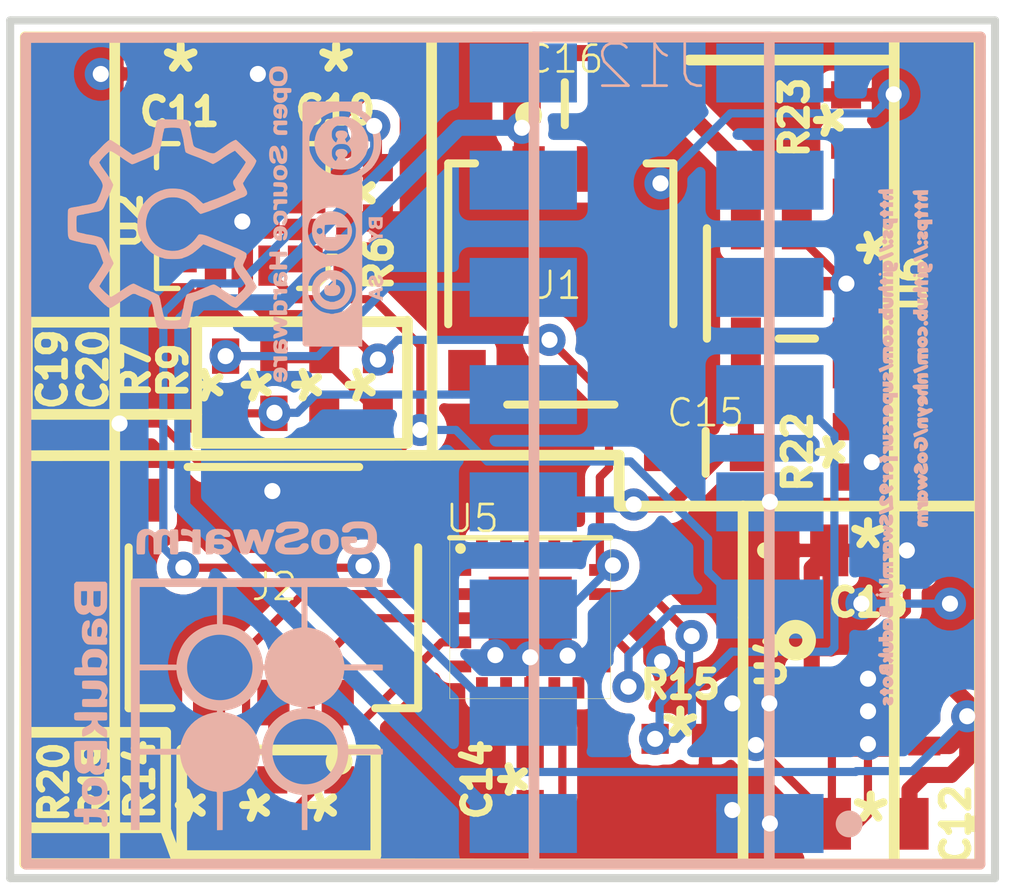
<source format=kicad_pcb>
(kicad_pcb (version 20171130) (host pcbnew "(5.0.0-3-g0214c9d)")
  (title_block (title BadukBot_PCB) (date 2018-10-25) (rev 0.1.0) (comment 1 "Licensed CC-BY-SA 4.0 By Caleb Cover") (comment 2 https://github.com/supersurfer92/SwarmUI-BadukBots))
  (layers (0 F.Cu signal hide) (31 B.Cu signal) (34 B.Paste user) (35 F.Paste user) (36 B.SilkS user) (37 F.SilkS user) (38 B.Mask user) (39 F.Mask user) (44 Edge.Cuts user))
  (net 0 "")
  (net 1 "Net-(J1-Pad3)")
  (net 2 "Net-(J1-Pad4)")
  (net 3 "Net-(J2-Pad5)")
  (net 4 "Net-(J2-Pad4)")
  (net 5 "Net-(J2-Pad1)")
  (net 6 "Net-(J2-Pad2)")
  (net 7 "Net-(J2-Pad3)")
  (net 8 "Net-(R14-Pad1)")
  (net 9 "Net-(R19-Pad1)")
  (net 10 "Net-(R20-Pad1)")
  (net 11 "Net-(U2-Pad11)")
  (net 12 "Net-(U2-Pad10)")
  (net 13 "Net-(R22-Pad2)")
  (net 14 "Net-(U5-Pad6)")
  (net 15 "Net-(U5-Pad10)")
  (net 16 "Net-(U5-Pad20)")
  (net 17 "Net-(U5-Pad16)")
  (net 18 "Net-(U5-Pad1)")
  (net 19 "Net-(U5-Pad5)")
  (net 20 "Net-(U5-Pad19)")
  (net 21 "Net-(U5-Pad17)")
  (net 22 "Net-(U5-Pad18)")
  (net 23 "Net-(U5-Pad7)")
  (net 24 21a_3.3v)
  (net 25 "Net-(J12-Pad10)")
  (net 26 "Net-(J12-Pad16)")
  (net 27 "Net-(J12-Pad14)")
  (net 28 "Net-(J12-Pad12)")
  (net 29 "Net-(J12-Pad15)")
  (net 30 "Net-(J12-Pad13)")
  (net 31 "Net-(J12-Pad11)")
  (net 32 23a_Ground)
  (net 33 "Net-(U2-Pad9)")
  (net 34 23aGround)
  (net 35 21a33v)
  (net 36 22aVBAT)
  (net 37 28aP41)
  (net 38 26aSCL)
  (net 39 24aIMUINT)
  (net 40 ~29aTOUCHCHG~)
  (net 41 27aCHARGING)
  (net 42 25aSDA)
  (net 43 21a3.3v)
  (module 100nf:C0402C104K4RACTU (layer F.Cu) (at 137.379716 113.9215 90)
    (fp_text reference C14 (at -0.010852 -0.98868 90) (layer F.SilkS) (effects (font (size 0.5 0.5) (thickness 0.125))))
    (fp_text value 100nF hide)
    (fp_text user * (at 0 0 90) (layer F.SilkS))
    (pad 1 smd rect (at -0.5334 0 90) (size 0.6604 0.508) (layers F.Cu F.Paste F.Mask) (net 35 21a33v))
    (pad 2 smd rect (at 0.5334 0 90) (size 0.6604 0.508) (layers F.Cu F.Paste F.Mask) (net 34 23aGround))
  )
  (module Connector_DIN:Conn_01x02_Female (layer B.Cu) (at 132.4 112.64 315)
    (fp_text reference P10 hide)
    (fp_text value Conn_01x02_Female hide)
    (pad 1 smd circle (at -1.15 0 315) (size 1.524 1.524) (layers B.Cu B.Paste B.Mask))
    (pad 2 smd circle (at 1.099999 0 315) (size 1.524 1.524) (layers B.Cu B.Paste B.Mask))
  )
  (module 100nf:C0402C104K4RACTU (layer F.Cu) (at 132.598827 106.566213 90)
    (fp_text reference C20 (at 0.286213 -3.368827 90) (layer F.SilkS) (effects (font (size 0.5 0.5) (thickness 0.125))))
    (fp_text value 1nF hide)
    (fp_text user * (at 0 0 90) (layer F.SilkS))
    (pad 2 smd rect (at 0.5334 0 90) (size 0.6604 0.508) (layers F.Cu F.Paste F.Mask) (net 35 21a33v))
    (pad 1 smd rect (at -0.5334 0 90) (size 0.6604 0.508) (layers F.Cu F.Paste F.Mask) (net 32 23a_Ground))
  )
  (module digikey-footprints:LGA-14L_2.5x3mm__LSM6DS3 (layer F.Cu) (at 132.009679 103.419893 180)
    (fp_text reference U2 (at 2.139679 -0.090107 90) (layer F.SilkS) (effects (font (size 0.5 0.5) (thickness 0.125))))
    (fp_text value LSM6DS3 hide)
    (pad 2 smd rect (at -1.175 -0.25 180) (size 0.75 0.4) (layers F.Cu F.Paste F.Mask) (net 34 23aGround))
    (pad 3 smd rect (at -1.175 0.25 180) (size 0.75 0.4) (layers F.Cu F.Paste F.Mask) (net 34 23aGround))
    (pad 4 smd rect (at -1.175 0.8 180) (size 0.65 0.5) (layers F.Cu F.Paste F.Mask) (net 39 24aIMUINT))
    (pad 1 smd rect (at -1.175 -0.8 180) (size 0.65 0.5) (layers F.Cu F.Paste F.Mask) (net 34 23aGround))
    (pad 11 smd rect (at 1.175 -0.8 180) (size 0.65 0.5) (layers F.Cu F.Paste F.Mask) (net 11 "Net-(U2-Pad11)"))
    (pad 10 smd rect (at 1.175 -0.25 180) (size 0.75 0.4) (layers F.Cu F.Paste F.Mask) (net 12 "Net-(U2-Pad10)"))
    (pad 9 smd rect (at 1.175 0.25 180) (size 0.75 0.4) (layers F.Cu F.Paste F.Mask) (net 33 "Net-(U2-Pad9)"))
    (pad 8 smd rect (at 1.175 0.8 180) (size 0.65 0.5) (layers F.Cu F.Paste F.Mask) (net 35 21a33v))
    (pad 6 smd rect (at 0 0.925 180) (size 0.4 0.75) (layers F.Cu F.Paste F.Mask) (net 34 23aGround))
    (pad 7 smd rect (at 0.5 0.925 180) (size 0.4 0.75) (layers F.Cu F.Paste F.Mask) (net 34 23aGround))
    (pad 5 smd rect (at -0.5 0.925 180) (size 0.4 0.75) (layers F.Cu F.Paste F.Mask) (net 35 21a33v))
    (pad 13 smd rect (at 0 -0.925 180) (size 0.4 0.75) (layers F.Cu F.Paste F.Mask) (net 38 26aSCL))
    (pad 14 smd rect (at -0.5 -0.925 180) (size 0.4 0.75) (layers F.Cu F.Paste F.Mask) (net 42 25aSDA))
    (pad 12 smd rect (at 0.5 -0.925 180) (size 0.4 0.75) (layers F.Cu F.Paste F.Mask) (net 35 21a33v))
  )
  (module 10K0402:CRCW040210K0FKED (layer F.Cu) (at 143.303201 107.818908 90)
    (fp_text reference R22 (at -0.001092 -0.933201 90) (layer F.SilkS) (effects (font (size 0.5 0.5) (thickness 0.125))))
    (fp_text value 10K hide)
    (fp_text user * (at 0 0 90) (layer F.SilkS))
    (pad 2 smd rect (at 0.4699 0 90) (size 0.508 0.5588) (layers F.Cu F.Paste F.Mask) (net 13 "Net-(R22-Pad2)"))
    (pad 1 smd rect (at -0.4699 0 90) (size 0.508 0.5588) (layers F.Cu F.Paste F.Mask) (net 34 23aGround))
  )
  (module MCP:MCP73831T-2ACI&slash_OT (layer F.Cu) (at 142.353201 104.677588 270)
    (fp_text reference U6 (at 0.002412 -2.136799 270) (layer F.SilkS) (effects (font (size 0.5 0.5) (thickness 0.125))))
    (fp_text value MCP73831T2ACIOT hide)
    (fp_text user * (at -0.66868 -1.719148 270) (layer F.SilkS))
    (pad 5 smd rect (at 1.2954 -0.950001 270) (size 1.3208 0.5588) (layers F.Cu F.Paste F.Mask) (net 13 "Net-(R22-Pad2)"))
    (pad 4 smd rect (at 1.2954 0.950001 270) (size 1.3208 0.5588) (layers F.Cu F.Paste F.Mask) (net 37 28aP41))
    (pad 3 smd rect (at -1.2954 0.950001 270) (size 1.3208 0.5588) (layers F.Cu F.Paste F.Mask) (net 36 22aVBAT))
    (pad 2 smd rect (at -1.2954 0 270) (size 1.3208 0.5588) (layers F.Cu F.Paste F.Mask) (net 34 23aGround))
    (pad 1 smd rect (at -1.2954 -0.950001 270) (size 1.3208 0.5588) (layers F.Cu F.Paste F.Mask) (net 41 27aCHARGING))
  )
  (module 100K:CRCW0402100KFKED (layer F.Cu) (at 143.272349 101.628908 270)
    (fp_text reference R23 (at -0.048908 0.962349 270) (layer F.SilkS) (effects (font (size 0.5 0.5) (thickness 0.125))))
    (fp_text value 100K hide)
    (fp_text user * (at 0 0 270) (layer F.SilkS))
    (pad 2 smd rect (at 0.4699 0 270) (size 0.508 0.5588) (layers F.Cu F.Paste F.Mask) (net 41 27aCHARGING))
    (pad 1 smd rect (at -0.4699 0 270) (size 0.508 0.5588) (layers F.Cu F.Paste F.Mask) (net 35 21a33v))
  )
  (module 10K0402:CRCW040210K0FKED (layer F.Cu) (at 131.369522 114.406594 90)
    (fp_text reference R20 (at 0.426594 -2.869522 90) (layer F.SilkS) (effects (font (size 0.5 0.5) (thickness 0.125))))
    (fp_text value 10K hide)
    (fp_text user * (at 0 0 90) (layer F.SilkS))
    (pad 1 smd rect (at -0.4699 0 90) (size 0.508 0.5588) (layers F.Cu F.Paste F.Mask) (net 10 "Net-(R20-Pad1)"))
    (pad 2 smd rect (at 0.4699 0 90) (size 0.508 0.5588) (layers F.Cu F.Paste F.Mask) (net 7 "Net-(J2-Pad3)"))
  )
  (module 100nf:C0402C104K4RACTU (layer F.Cu) (at 133.759679 100.769893 180)
    (fp_text reference C10 (at 0.015852 -0.67632 180) (layer F.SilkS) (effects (font (size 0.5 0.5) (thickness 0.125))))
    (fp_text value 100nF hide)
    (fp_text user * (at 0 0 180) (layer F.SilkS))
    (pad 2 smd rect (at 0.5334 0 180) (size 0.6604 0.508) (layers F.Cu F.Paste F.Mask) (net 34 23aGround))
    (pad 1 smd rect (at -0.5334 0 180) (size 0.6604 0.508) (layers F.Cu F.Paste F.Mask) (net 35 21a33v))
  )
  (module 10K0402:CRCW040210K0FKED (layer F.Cu) (at 132.569522 114.406594 90)
    (fp_text reference R19 (at 0.456594 -3.299522 90) (layer F.SilkS) (effects (font (size 0.5 0.5) (thickness 0.125))))
    (fp_text value 10K hide)
    (fp_text user * (at 0 0 90) (layer F.SilkS))
    (pad 1 smd rect (at -0.4699 0 90) (size 0.508 0.5588) (layers F.Cu F.Paste F.Mask) (net 9 "Net-(R19-Pad1)"))
    (pad 2 smd rect (at 0.4699 0 90) (size 0.508 0.5588) (layers F.Cu F.Paste F.Mask) (net 6 "Net-(J2-Pad2)"))
  )
  (module 100nf:C0402C104K4RACTU (layer F.Cu) (at 130.859679 100.769893)
    (fp_text reference C11 (at -0.020852 0.70632) (layer F.SilkS) (effects (font (size 0.5 0.5) (thickness 0.125))))
    (fp_text value 100nF hide)
    (fp_text user * (at 0 0) (layer F.SilkS))
    (pad 2 smd rect (at 0.5334 0) (size 0.6604 0.508) (layers F.Cu F.Paste F.Mask) (net 34 23aGround))
    (pad 1 smd rect (at -0.5334 0) (size 0.6604 0.508) (layers F.Cu F.Paste F.Mask) (net 35 21a33v))
  )
  (module 100K:CRCW0402100KFKED (layer F.Cu) (at 140.179716 113.1715)
    (fp_text reference R15 (at 0.00132 -1.009148) (layer F.SilkS) (effects (font (size 0.5 0.5) (thickness 0.125))))
    (fp_text value 100K hide)
    (fp_text user * (at 0 0) (layer F.SilkS))
    (pad 1 smd rect (at -0.4699 0) (size 0.508 0.5588) (layers F.Cu F.Paste F.Mask) (net 40 ~29aTOUCHCHG~))
    (pad 2 smd rect (at 0.4699 0) (size 0.508 0.5588) (layers F.Cu F.Paste F.Mask) (net 35 21a33v))
  )
  (module 10K0402:CRCW040210K0FKED (layer F.Cu) (at 133.818083 114.406594 90)
    (fp_text reference R14 (at 0.476594 -3.718083 90) (layer F.SilkS) (effects (font (size 0.5 0.5) (thickness 0.125))))
    (fp_text value 10K hide)
    (fp_text user * (at 0 0 90) (layer F.SilkS))
    (pad 1 smd rect (at -0.4699 0 90) (size 0.508 0.5588) (layers F.Cu F.Paste F.Mask) (net 8 "Net-(R14-Pad1)"))
    (pad 2 smd rect (at 0.4699 0 90) (size 0.508 0.5588) (layers F.Cu F.Paste F.Mask) (net 5 "Net-(J2-Pad1)"))
  )
  (module 10K0402:CRCW040210K0FKED (layer F.Cu) (at 133.538827 106.566213 90)
    (fp_text reference R7 (at 0.276213 -3.518827 90) (layer F.SilkS) (effects (font (size 0.5 0.5) (thickness 0.125))))
    (fp_text value 10K hide)
    (fp_text user * (at 0 0 90) (layer F.SilkS))
    (pad 2 smd rect (at 0.4699 0 90) (size 0.508 0.5588) (layers F.Cu F.Paste F.Mask) (net 43 21a3.3v))
    (pad 1 smd rect (at -0.4699 0 90) (size 0.508 0.5588) (layers F.Cu F.Paste F.Mask) (net 42 25aSDA))
  )
  (module 100K:CRCW0402100KFKED (layer F.Cu) (at 134.538827 102.986213 270)
    (fp_text reference R6 (at 1.313787 -0.011173 270) (layer F.SilkS) (effects (font (size 0.5 0.5) (thickness 0.125))))
    (fp_text value 100K hide)
    (fp_text user * (at 0 0 270) (layer F.SilkS))
    (pad 2 smd rect (at 0.4699 0 270) (size 0.508 0.5588) (layers F.Cu F.Paste F.Mask) (net 35 21a33v))
    (pad 1 smd rect (at -0.4699 0 270) (size 0.508 0.5588) (layers F.Cu F.Paste F.Mask) (net 39 24aIMUINT))
  )
  (module 10K0402:CRCW040210K0FKED (layer F.Cu) (at 134.538827 106.566213 270)
    (fp_text reference R9 (at -0.266213 3.818827 270) (layer F.SilkS) (effects (font (size 0.5 0.5) (thickness 0.125))))
    (fp_text value 10K hide)
    (fp_text user * (at 0 0 270) (layer F.SilkS))
    (pad 2 smd rect (at 0.4699 0 270) (size 0.508 0.5588) (layers F.Cu F.Paste F.Mask) (net 43 21a3.3v))
    (pad 1 smd rect (at -0.4699 0 270) (size 0.508 0.5588) (layers F.Cu F.Paste F.Mask) (net 38 26aSCL))
  )
  (module 1uF:0603ZD105KAT2A (layer F.Cu) (at 143.731369 114.756361 180)
    (fp_text reference C12 (at -1.588631 -0.013639 270) (layer F.SilkS) (effects (font (size 0.5 0.5) (thickness 0.125))))
    (fp_text value 1uF hide)
    (fp_text user * (at 0 0 180) (layer F.SilkS))
    (pad 2 smd rect (at 0.7239 0 180) (size 0.7112 0.9652) (layers F.Cu F.Paste F.Mask) (net 34 23aGround))
    (pad 1 smd rect (at -0.7239 0 180) (size 0.7112 0.9652) (layers F.Cu F.Paste F.Mask) (net 36 22aVBAT))
  )
  (module ADP122ACPZ-3.3-R7:SON65P200X200X60-7N-D (layer F.Cu) (at 143.681369 112.656361)
    (fp_text reference U4 (at -1.801369 -0.946361 -90) (layer F.SilkS) (effects (font (size 0.5 0.5) (thickness 0.125))))
    (fp_text value ADP122ACPZ33R7 hide)
    (pad 7 smd rect (at 0 0) (size 1.1 1.7) (layers F.Cu F.Paste F.Mask) (net 34 23aGround))
    (pad 6 smd rect (at 1.05 -0.65 90) (size 0.35 0.6) (layers F.Cu F.Paste F.Mask) (net 36 22aVBAT))
    (pad 5 smd rect (at 1.05 0 90) (size 0.35 0.6) (layers F.Cu F.Paste F.Mask) (net 34 23aGround))
    (pad 4 smd rect (at 1.05 0.65 90) (size 0.35 0.6) (layers F.Cu F.Paste F.Mask) (net 36 22aVBAT))
    (pad 3 smd rect (at -1.05 0.65 90) (size 0.35 0.6) (layers F.Cu F.Paste F.Mask) (net 34 23aGround))
    (pad 2 smd rect (at -1.05 0 90) (size 0.35 0.6) (layers F.Cu F.Paste F.Mask) (net 34 23aGround))
    (pad 1 smd rect (at -1.05 -0.65 90) (size 0.35 0.6) (layers F.Cu F.Paste F.Mask) (net 35 21a33v))
  )
  (module 1uF:0603ZD105KAT2A (layer F.Cu) (at 143.681369 109.656361)
    (fp_text reference C13 (at 0.008631 0.973639) (layer F.SilkS) (effects (font (size 0.5 0.5) (thickness 0.125))))
    (fp_text value 1uF hide)
    (fp_text user * (at 0 0) (layer F.SilkS))
    (pad 2 smd rect (at 0.7239 0) (size 0.7112 0.9652) (layers F.Cu F.Paste F.Mask) (net 34 23aGround))
    (pad 1 smd rect (at -0.7239 0) (size 0.7112 0.9652) (layers F.Cu F.Paste F.Mask) (net 35 21a33v))
  )
  (module MOLEX_78171-0002:MOLEX_78171-0002_0 (layer F.Cu) (at 137.950937 104.687532)
    (fp_text reference J1 (at -0.034148 0.025778) (layer F.SilkS) (effects (font (size 0.5 0.5) (thickness 0.05))))
    (fp_text value MOLEX781710002 hide)
    (pad 2 smd rect (at 0.6 -2.145) (size 0.6 0.85) (layers F.Cu F.Paste F.Mask) (net 34 23aGround))
    (pad 1 smd rect (at -0.6 -2.145) (size 0.6 0.85) (layers F.Cu F.Paste F.Mask) (net 36 22aVBAT))
    (pad 4 smd rect (at 1.75 1.63) (size 0.7 0.8) (layers F.Cu F.Paste F.Mask) (net 2 "Net-(J1-Pad4)"))
    (pad 3 smd rect (at -1.75 1.63) (size 0.7 0.8) (layers F.Cu F.Paste F.Mask) (net 1 "Net-(J1-Pad3)"))
  )
  (module TAIYO_YUDEN_LMK107BJ475KA-T:TAIYO_YUDEN_LMK107BJ475KA-T_0 (layer F.Cu) (at 138.025937 101.32463)
    (fp_text reference C16 (at 0.000852 -0.83132) (layer F.SilkS) (effects (font (size 0.5 0.5) (thickness 0.05))))
    (fp_text value Taiyo hide)
    (pad 2 smd rect (at 0.8 0) (size 0.7 0.7) (layers F.Cu F.Paste F.Mask) (net 34 23aGround))
    (pad 1 smd rect (at -0.8 0) (size 0.7 0.7) (layers F.Cu F.Paste F.Mask) (net 36 22aVBAT))
  )
  (module 100nf:C0402C104K4RACTU (layer F.Cu) (at 131.698827 106.566213 90)
    (fp_text reference C19 (at 0.286213 -3.228827 90) (layer F.SilkS) (effects (font (size 0.5 0.5) (thickness 0.125))))
    (fp_text value 10nF hide)
    (fp_text user * (at 0 0 90) (layer F.SilkS))
    (pad 2 smd rect (at 0.5334 0 90) (size 0.6604 0.508) (layers F.Cu F.Paste F.Mask) (net 35 21a33v))
    (pad 1 smd rect (at -0.5334 0 90) (size 0.6604 0.508) (layers F.Cu F.Paste F.Mask) (net 34 23aGround))
  )
  (module A13:A13_1 (layer B.Cu) (at 140.17868 107.759148 270)
    (fp_text reference J12 (at -7.134148 0.55368 180) (layer B.SilkS) (effects (font (size 0.787402 0.787402) (thickness 0.05)) (justify mirror)))
    (fp_text value A316DA2SV71 hide)
    (pad 16 smd rect (at -7.008176 2.927607 270) (size 1.1 2) (layers B.Cu B.Paste B.Mask) (net 26 "Net-(J12-Pad16)"))
    (pad 14 smd rect (at -5.008176 2.927607 270) (size 1.1 2) (layers B.Cu B.Paste B.Mask) (net 27 "Net-(J12-Pad14)"))
    (pad 12 smd rect (at -3.008176 2.927607 270) (size 1.1 2) (layers B.Cu B.Paste B.Mask) (net 28 "Net-(J12-Pad12)"))
    (pad 10 smd rect (at -1.008176 2.927607 270) (size 1.1 2) (layers B.Cu B.Paste B.Mask) (net 25 "Net-(J12-Pad10)"))
    (pad 8 smd rect (at 0.991824 2.927607 270) (size 1.1 2) (layers B.Cu B.Paste B.Mask) (net 37 28aP41))
    (pad 6 smd rect (at 2.991824 2.927607 270) (size 1.1 2) (layers B.Cu B.Paste B.Mask) (net 38 26aSCL))
    (pad 4 smd rect (at 4.991824 2.927607 270) (size 1.1 2) (layers B.Cu B.Paste B.Mask) (net 39 24aIMUINT))
    (pad 2 smd rect (at 6.991824 2.927607 270) (size 1.1 2) (layers B.Cu B.Paste B.Mask) (net 36 22aVBAT))
    (pad 15 smd rect (at -7.008176 -1.672393 270) (size 1.1 2) (layers B.Cu B.Paste B.Mask) (net 29 "Net-(J12-Pad15)"))
    (pad 13 smd rect (at -5.008176 -1.672393 270) (size 1.1 2) (layers B.Cu B.Paste B.Mask) (net 30 "Net-(J12-Pad13)"))
    (pad 11 smd rect (at -3.008176 -1.672393 270) (size 1.1 2) (layers B.Cu B.Paste B.Mask) (net 31 "Net-(J12-Pad11)"))
    (pad 9 smd rect (at -1.008176 -1.672393 270) (size 1.1 2) (layers B.Cu B.Paste B.Mask) (net 40 ~29aTOUCHCHG~))
    (pad 7 smd rect (at 0.991824 -1.672393 270) (size 1.1 2) (layers B.Cu B.Paste B.Mask) (net 41 27aCHARGING))
    (pad 5 smd rect (at 2.991824 -1.672393 270) (size 1.1 2) (layers B.Cu B.Paste B.Mask) (net 42 25aSDA))
    (pad 3 smd rect (at 4.991824 -1.672393 270) (size 1.1 2) (layers B.Cu B.Paste B.Mask) (net 34 23aGround))
    (pad 1 smd rect (at 6.991824 -1.672393 270) (size 1.1 2) (layers B.Cu B.Paste B.Mask) (net 35 21a33v))
  )
  (module vq:VQFN_20PAD (layer F.Cu) (at 137.379716 110.9215)
    (fp_text reference U5 (at -1.07868 -1.859148) (layer F.SilkS) (effects (font (size 0.5 0.5) (thickness 0.05))))
    (fp_text value AT42QT1070MMHCTND hide)
    (pad 13 smd rect (at 1.3 0 180) (size 0.4 0.22) (layers F.Cu F.Paste F.Mask) (net 34 23aGround))
    (pad 12 smd rect (at 1.3 0.45 180) (size 0.4 0.22) (layers F.Cu F.Paste F.Mask) (net 42 25aSDA))
    (pad 14 smd rect (at 1.3 -0.45 180) (size 0.4 0.22) (layers F.Cu F.Paste F.Mask) (net 40 ~29aTOUCHCHG~))
    (pad 3 smd rect (at -1.3 0 180) (size 0.4 0.22) (layers F.Cu F.Paste F.Mask) (net 9 "Net-(R19-Pad1)"))
    (pad 4 smd rect (at -1.3 0.45 180) (size 0.4 0.22) (layers F.Cu F.Paste F.Mask) (net 8 "Net-(R14-Pad1)"))
    (pad 2 smd rect (at -1.3 -0.45 180) (size 0.4 0.22) (layers F.Cu F.Paste F.Mask) (net 10 "Net-(R20-Pad1)"))
    (pad 8 smd rect (at 0 1.3 270) (size 0.4 0.22) (layers F.Cu F.Paste F.Mask) (net 34 23aGround))
    (pad 9 smd rect (at 0.45 1.3 270) (size 0.4 0.22) (layers F.Cu F.Paste F.Mask) (net 34 23aGround))
    (pad 7 smd rect (at -0.45 1.3 270) (size 0.4 0.22) (layers F.Cu F.Paste F.Mask) (net 23 "Net-(U5-Pad7)"))
    (pad 18 smd rect (at 0 -1.3 270) (size 0.4 0.22) (layers F.Cu F.Paste F.Mask) (net 22 "Net-(U5-Pad18)"))
    (pad 17 smd rect (at 0.45 -1.3 270) (size 0.4 0.22) (layers F.Cu F.Paste F.Mask) (net 21 "Net-(U5-Pad17)"))
    (pad 19 smd rect (at -0.45 -1.3 270) (size 0.4 0.22) (layers F.Cu F.Paste F.Mask) (net 20 "Net-(U5-Pad19)"))
    (pad 11 smd rect (at 1.3 0.9 180) (size 0.4 0.22) (layers F.Cu F.Paste F.Mask) (net 34 23aGround))
    (pad 5 smd rect (at -1.3 0.9 180) (size 0.4 0.22) (layers F.Cu F.Paste F.Mask) (net 19 "Net-(U5-Pad5)"))
    (pad 15 smd rect (at 1.3 -0.9 180) (size 0.4 0.22) (layers F.Cu F.Paste F.Mask) (net 38 26aSCL))
    (pad 1 smd rect (at -1.3 -0.9 180) (size 0.4 0.22) (layers F.Cu F.Paste F.Mask) (net 18 "Net-(U5-Pad1)"))
    (pad 16 smd rect (at 0.9 -1.3 270) (size 0.4 0.22) (layers F.Cu F.Paste F.Mask) (net 17 "Net-(U5-Pad16)"))
    (pad 20 smd rect (at -0.9 -1.3 270) (size 0.4 0.22) (layers F.Cu F.Paste F.Mask) (net 16 "Net-(U5-Pad20)"))
    (pad 10 smd rect (at 0.9 1.3 270) (size 0.4 0.22) (layers F.Cu F.Paste F.Mask) (net 15 "Net-(U5-Pad10)"))
    (pad 6 smd rect (at -0.9 1.3 270) (size 0.4 0.22) (layers F.Cu F.Paste F.Mask) (net 14 "Net-(U5-Pad6)"))
    (pad 44 smd rect (at 0 0 180) (size 1.55 1.55) (layers F.Cu F.Paste F.Mask) (net 34 23aGround))
  )
  (module TAIYO_YUDEN_LMK107BJ475KA-T:TAIYO_YUDEN_LMK107BJ475KA-T_0 (layer F.Cu) (at 140.653201 107.827588 180)
    (fp_text reference C15 (at 0.000852 0.737588 180) (layer F.SilkS) (effects (font (size 0.5 0.5) (thickness 0.05))))
    (fp_text value TAIYO_YUDEN_LMK107BJ475KA-T hide)
    (pad 2 smd rect (at 0.8 0 180) (size 0.7 0.7) (layers F.Cu F.Paste F.Mask) (net 34 23aGround))
    (pad 1 smd rect (at -0.8 0 180) (size 0.7 0.7) (layers F.Cu F.Paste F.Mask) (net 37 28aP41))
  )
  (module MOLEX_78171-0003:MOLEX_78171-0003_0 (layer F.Cu) (at 132.59 110.35 180)
    (fp_text reference J2 (at -0.019148 0.01868 180) (layer F.SilkS) (effects (font (size 0.5 0.5) (thickness 0.05))))
    (fp_text value MOLEX781710003 hide)
    (pad 5 smd rect (at 2.35 1.63 180) (size 0.7 0.8) (layers F.Cu F.Paste F.Mask) (net 3 "Net-(J2-Pad5)"))
    (pad 4 smd rect (at -2.35 1.63 180) (size 0.7 0.8) (layers F.Cu F.Paste F.Mask) (net 4 "Net-(J2-Pad4)"))
    (pad 1 smd rect (at -1.2 -2.145 180) (size 0.6 0.85) (layers F.Cu F.Paste F.Mask) (net 5 "Net-(J2-Pad1)"))
    (pad 2 smd rect (at 0 -2.145 180) (size 0.6 0.85) (layers F.Cu F.Paste F.Mask) (net 6 "Net-(J2-Pad2)"))
    (pad 3 smd rect (at 1.2 -2.145 180) (size 0.6 0.85) (layers F.Cu F.Paste F.Mask) (net 7 "Net-(J2-Pad3)"))
  )
  (module Silk:BadukBot-GoSwarm (layer B.Cu) (at 131.76 111.99 270)
    (fp_text reference G11 hide)
    (fp_text value LOGO hide)
  )
  (module Silk:links (layer B.Cu) (at 144.35 107.73 270)
    (fp_text reference G*** hide)
    (fp_text value LOGO hide)
  )
  (module Silk:OpenHardwareLogo (layer B.Cu) (at 131.69 103.57 270)
    (fp_text reference G10 hide)
    (fp_text value LOGO hide)
  )
  (gr_line (start 127.99 107.89) (end 139.04 107.88) (layer F.SilkS) (width 0.2))
  (gr_line (start 127.962041 100.078732) (end 145.752041 100.078732) (layer F.SilkS) (width 0.2))
  (gr_line (start 127.952041 115.498732) (end 127.960721 100.07788) (layer F.SilkS) (width 0.2))
  (gr_line (start 145.762041 115.508732) (end 127.952041 115.498732) (layer F.SilkS) (width 0.2))
  (gr_line (start 145.752041 100.078732) (end 145.762041 115.508732) (layer F.SilkS) (width 0.2))
  (gr_line (start 145.78 100.08) (end 127.97 100.09) (layer B.SilkS) (width 0.2))
  (gr_line (start 145.77 115.51) (end 145.78 100.08) (layer B.SilkS) (width 0.2))
  (gr_line (start 127.98 115.51) (end 145.77 115.51) (layer B.SilkS) (width 0.2))
  (gr_circle (center 133.18 113.41) (end 132.58 113.79) (layer B.SilkS) (width 0.2))
  (gr_circle (center 131.59 111.84) (end 130.99 112.22) (layer B.SilkS) (width 0.2))
  (gr_line (start 146.05 99.77) (end 127.68 99.77) (layer Edge.Cuts) (width 0.15))
  (gr_line (start 146.05 115.77) (end 146.05 99.77) (layer Edge.Cuts) (width 0.15))
  (gr_line (start 128 107.12) (end 131.16 107.12) (layer F.SilkS) (width 0.2))
  (gr_line (start 128 105.4) (end 128 107.12) (layer F.SilkS) (width 0.2))
  (gr_line (start 131.15 105.4) (end 128 105.4) (layer F.SilkS) (width 0.2))
  (gr_line (start 135.09 107.66) (end 135.09 105.38) (layer F.SilkS) (width 0.2))
  (gr_line (start 131.16 107.66) (end 135.09 107.66) (layer F.SilkS) (width 0.2))
  (gr_line (start 131.16 105.39) (end 131.16 107.66) (layer F.SilkS) (width 0.2))
  (gr_line (start 135.09 105.39) (end 131.16 105.39) (layer F.SilkS) (width 0.2))
  (gr_line (start 130.88 113.38) (end 130.88 115.35) (layer F.SilkS) (width 0.2))
  (gr_line (start 134.5 113.38) (end 130.88 113.38) (layer F.SilkS) (width 0.2))
  (gr_line (start 134.5 115.35) (end 134.5 113.38) (layer F.SilkS) (width 0.2))
  (gr_line (start 130.76 115.35) (end 134.5 115.35) (layer F.SilkS) (width 0.2))
  (gr_line (start 130.57 114.84) (end 130.76 115.35) (layer F.SilkS) (width 0.2))
  (gr_line (start 127.97 114.83) (end 127.97 113.04) (layer F.SilkS) (width 0.2))
  (gr_line (start 130.58 114.83) (end 127.97 114.83) (layer F.SilkS) (width 0.2))
  (gr_line (start 130.58 113.05) (end 130.58 114.83) (layer F.SilkS) (width 0.2))
  (gr_line (start 127.96 113.05) (end 130.58 113.05) (layer F.SilkS) (width 0.2))
  (gr_line (start 127.97 100.09) (end 127.97868 115.510852) (layer B.SilkS) (width 0.2))
  (gr_line (start 146.05 115.77) (end 127.68 115.77) (layer Edge.Cuts) (width 0.15))
  (gr_line (start 129.63 100.1) (end 129.63 115.5) (layer F.SilkS) (width 0.2))
  (gr_line (start 144.17 100.09) (end 144.17 115.49) (layer F.SilkS) (width 0.2))
  (gr_line (start 140.35 100.51) (end 144.16 100.51) (layer F.SilkS) (width 0.2))
  (gr_line (start 141.84 100.08) (end 141.84 115.51) (layer B.SilkS) (width 0.2))
  (gr_line (start 137.45 100.08) (end 137.45 115.51) (layer B.SilkS) (width 0.2))
  (gr_line (start 137.45 100.08) (end 141.84 100.08) (layer B.SilkS) (width 0.2))
  (gr_line (start 137.45 115.51) (end 141.84 115.51) (layer B.SilkS) (width 0.2))
  (gr_line (start 135.55 107.87) (end 135.54 100.15) (layer F.SilkS) (width 0.2))
  (gr_line (start 141.35 108.83) (end 139.07 108.83) (layer F.SilkS) (width 0.2))
  (gr_line (start 141.35 108.83) (end 145.7 108.83) (layer F.SilkS) (width 0.2))
  (gr_line (start 141.35 110.9) (end 141.35 108.83) (layer F.SilkS) (width 0.2))
  (gr_line (start 141.35 110.92) (end 141.35 115.47) (layer F.SilkS) (width 0.2))
  (gr_line (start 139.04 107.88) (end 139.04 108.83) (layer F.SilkS) (width 0.2))
  (gr_line (start 127.68 115.77) (end 127.68 99.77) (layer Edge.Cuts) (width 0.15))
  (segment (start 133.818083 113.936694) (end 133.818083 112.523083) (width 0.1524) (layer F.Cu) (net 5))
  (segment (start 133.818083 112.523083) (end 133.79 112.495) (width 0.1524) (layer F.Cu) (net 5))
  (segment (start 132.569522 113.936694) (end 132.569522 112.515478) (width 0.1524) (layer F.Cu) (net 6))
  (segment (start 132.569522 112.515478) (end 132.59 112.495) (width 0.1524) (layer F.Cu) (net 6))
  (segment (start 131.369522 113.936694) (end 131.369522 112.515478) (width 0.1524) (layer F.Cu) (net 7))
  (segment (start 131.369522 112.515478) (end 131.39 112.495) (width 0.1524) (layer F.Cu) (net 7))
  (segment (start 136.079716 111.3715) (end 135.727316 111.3715) (width 0.1524) (layer F.Cu) (net 8))
  (segment (start 135.727316 111.3715) (end 134.300684 112.798132) (width 0.1524) (layer F.Cu) (net 8))
  (segment (start 134.300684 112.798132) (end 134.300684 114.419293) (width 0.1524) (layer F.Cu) (net 8))
  (segment (start 134.300684 114.419293) (end 133.843483 114.876494) (width 0.1524) (layer F.Cu) (net 8))
  (segment (start 133.843483 114.876494) (end 133.818083 114.876494) (width 0.1524) (layer F.Cu) (net 8))
  (segment (start 134.272738 110.9215) (end 135.727316 110.9215) (width 0.1524) (layer F.Cu) (net 9))
  (segment (start 135.727316 110.9215) (end 136.079716 110.9215) (width 0.1524) (layer F.Cu) (net 9))
  (segment (start 132.569522 114.876494) (end 132.594922 114.876494) (width 0.1524) (layer F.Cu) (net 9))
  (segment (start 133.286799 114.184617) (end 133.286799 111.907439) (width 0.1524) (layer F.Cu) (net 9))
  (segment (start 132.594922 114.876494) (end 133.286799 114.184617) (width 0.1524) (layer F.Cu) (net 9))
  (segment (start 133.286799 111.907439) (end 134.272738 110.9215) (width 0.1524) (layer F.Cu) (net 9))
  (segment (start 131.369522 114.876494) (end 131.394922 114.876494) (width 0.1524) (layer F.Cu) (net 10))
  (segment (start 131.394922 114.876494) (end 132.08 114.191416) (width 0.1524) (layer F.Cu) (net 10))
  (segment (start 132.08 114.191416) (end 132.08 111.53) (width 0.1524) (layer F.Cu) (net 10))
  (segment (start 132.08 111.53) (end 133.1385 110.4715) (width 0.1524) (layer F.Cu) (net 10))
  (segment (start 133.1385 110.4715) (end 135.727316 110.4715) (width 0.1524) (layer F.Cu) (net 10))
  (segment (start 135.727316 110.4715) (end 136.079716 110.4715) (width 0.1524) (layer F.Cu) (net 10))
  (segment (start 143.303202 105.972988) (end 143.303201 107.401288) (width 0.1524) (layer F.Cu) (net 13))
  (segment (start 137.979716 112.9715) (end 137.829716 112.8215) (width 0.1524) (layer F.Cu) (net 24))
  (segment (start 137.829716 112.8215) (end 137.829716 112.2215) (width 0.1524) (layer F.Cu) (net 24))
  (segment (start 137.979716 113.72) (end 137.979716 112.9715) (width 0.1524) (layer F.Cu) (net 24))
  (segment (start 137.979716 114.2613) (end 137.979716 113.72) (width 0.1524) (layer F.Cu) (net 24))
  (segment (start 137.379716 114.4549) (end 137.786116 114.4549) (width 0.1524) (layer F.Cu) (net 24))
  (segment (start 137.786116 114.4549) (end 137.979716 114.2613) (width 0.1524) (layer F.Cu) (net 24))
  (segment (start 133.374264 106.75) (end 135.91 106.75) (width 0.1524) (layer B.Cu) (net 32))
  (segment (start 132.61 107.09) (end 133.034264 107.09) (width 0.1524) (layer B.Cu) (net 32))
  (segment (start 133.034264 107.09) (end 133.374264 106.75) (width 0.1524) (layer B.Cu) (net 32))
  (via (at 132.61 107.09) (size 0.6) (drill 0.3) (layers F.Cu B.Cu) (net 32))
  (segment (start 135.925736 106.75) (end 136.35 106.75) (width 0.1524) (layer B.Cu) (net 32))
  (via (at 136.73 111.61) (size 0.6) (drill 0.3) (layers F.Cu B.Cu) (net 34))
  (via (at 143.68 113.27) (size 0.6) (drill 0.3) (layers F.Cu B.Cu) (net 34))
  (via (at 141.15 112.51) (size 0.6) (drill 0.3) (layers F.Cu B.Cu) (net 34))
  (via (at 141.84 112.51) (size 0.6) (drill 0.3) (layers F.Cu B.Cu) (net 34))
  (segment (start 132.628827 103.669893) (end 133.184679 103.669893) (width 0.1524) (layer F.Cu) (net 34))
  (segment (start 131.509679 103.766692) (end 132.532028 103.766692) (width 0.1524) (layer F.Cu) (net 34))
  (segment (start 132.532028 103.766692) (end 132.628827 103.669893) (width 0.1524) (layer F.Cu) (net 34))
  (segment (start 131.603599 103.116213) (end 131.498827 103.116213) (width 0.1524) (layer F.Cu) (net 34))
  (segment (start 131.509679 103.022293) (end 131.603599 103.116213) (width 0.1524) (layer F.Cu) (net 34))
  (segment (start 132.572507 103.169893) (end 132.518827 103.116213) (width 0.1524) (layer F.Cu) (net 34))
  (segment (start 132.009679 103.116213) (end 132.009679 102.494893) (width 0.1524) (layer F.Cu) (net 34))
  (segment (start 132.657279 103.169893) (end 132.572507 103.169893) (width 0.1524) (layer F.Cu) (net 34))
  (segment (start 132.157279 103.669893) (end 132.009679 103.522293) (width 0.1524) (layer F.Cu) (net 34))
  (segment (start 132.657279 103.169893) (end 133.184679 103.169893) (width 0.1524) (layer F.Cu) (net 34))
  (segment (start 131.509679 102.494893) (end 131.509679 103.022293) (width 0.1524) (layer F.Cu) (net 34))
  (segment (start 137.379716 110.9215) (end 137.379716 111.65) (width 0.1524) (layer F.Cu) (net 34))
  (segment (start 137.379716 112.2215) (end 137.379716 113.3881) (width 0.1524) (layer F.Cu) (net 34))
  (segment (start 137.379716 110.9215) (end 138.142917 111.684701) (width 0.1524) (layer F.Cu) (net 34))
  (segment (start 138.142917 111.684701) (end 138.078216 111.62) (width 0.1524) (layer F.Cu) (net 34))
  (segment (start 138.542917 111.684701) (end 138.679716 111.8215) (width 0.1524) (layer F.Cu) (net 34))
  (segment (start 132.886359 101.516213) (end 132.460959 101.516213) (width 0.1524) (layer F.Cu) (net 34))
  (segment (start 132.460959 101.516213) (end 132.009679 101.967493) (width 0.1524) (layer F.Cu) (net 34))
  (segment (start 133.226279 100.769893) (end 133.226279 101.176293) (width 0.1524) (layer F.Cu) (net 34))
  (segment (start 133.226279 101.176293) (end 132.886359 101.516213) (width 0.1524) (layer F.Cu) (net 34))
  (segment (start 131.393079 100.769893) (end 131.393079 102.378293) (width 0.1524) (layer F.Cu) (net 34))
  (segment (start 131.393079 102.378293) (end 131.509679 102.494893) (width 0.1524) (layer F.Cu) (net 34))
  (segment (start 133.226279 100.769893) (end 132.743679 100.769893) (width 0.1524) (layer F.Cu) (net 34))
  (segment (start 132.009679 101.967493) (end 132.009679 102.494893) (width 0.1524) (layer F.Cu) (net 34))
  (segment (start 133.226279 100.769893) (end 133.059679 100.769893) (width 0.1524) (layer F.Cu) (net 34))
  (segment (start 131.393079 100.769893) (end 132.3 100.769893) (width 0.1524) (layer F.Cu) (net 34))
  (segment (start 132.009679 102.494893) (end 131.788827 102.494893) (width 0.1524) (layer F.Cu) (net 34))
  (segment (start 133.184679 103.169893) (end 133.184679 103.246213) (width 0.1524) (layer F.Cu) (net 34))
  (segment (start 133.184679 104.219893) (end 133.184679 103.966213) (width 0.1524) (layer F.Cu) (net 34))
  (segment (start 132.628827 103.416213) (end 132.628827 103.198345) (width 0.1524) (layer F.Cu) (net 34))
  (segment (start 132.133599 103.646213) (end 132.398827 103.646213) (width 0.1524) (layer F.Cu) (net 34))
  (segment (start 131.509679 103.636213) (end 131.509679 103.766692) (width 0.1524) (layer F.Cu) (net 34))
  (segment (start 131.509679 103.476213) (end 131.509679 103.636213) (width 0.1524) (layer F.Cu) (net 34))
  (segment (start 132.133599 103.646213) (end 132.157279 103.669893) (width 0.1524) (layer F.Cu) (net 34))
  (segment (start 131.509679 103.636213) (end 132.123599 103.636213) (width 0.1524) (layer F.Cu) (net 34))
  (segment (start 132.123599 103.636213) (end 132.133599 103.646213) (width 0.1524) (layer F.Cu) (net 34))
  (segment (start 131.539679 103.506213) (end 131.509679 103.476213) (width 0.1524) (layer F.Cu) (net 34))
  (segment (start 132.628827 103.198345) (end 132.366695 103.198345) (width 0.1524) (layer F.Cu) (net 34))
  (segment (start 132.628827 103.198345) (end 132.657279 103.169893) (width 0.1524) (layer F.Cu) (net 34))
  (segment (start 132.157279 103.669893) (end 132.628827 103.669893) (width 0.1524) (layer F.Cu) (net 34))
  (segment (start 132.208827 103.376213) (end 132.019679 103.376213) (width 0.1524) (layer F.Cu) (net 34))
  (segment (start 132.009679 103.246213) (end 132.009679 103.116213) (width 0.1524) (layer F.Cu) (net 34))
  (segment (start 132.208827 103.356213) (end 132.098827 103.246213) (width 0.1524) (layer F.Cu) (net 34))
  (segment (start 132.098827 103.246213) (end 132.009679 103.246213) (width 0.1524) (layer F.Cu) (net 34))
  (segment (start 132.208827 103.376213) (end 132.208827 103.356213) (width 0.1524) (layer F.Cu) (net 34))
  (segment (start 132.198827 103.186213) (end 132.198827 103.286213) (width 0.1524) (layer F.Cu) (net 34))
  (segment (start 132.344563 103.286213) (end 132.198827 103.286213) (width 0.1524) (layer F.Cu) (net 34))
  (segment (start 132.198827 103.286213) (end 132.198827 103.366213) (width 0.1524) (layer F.Cu) (net 34))
  (segment (start 132.356695 103.274081) (end 132.344563 103.286213) (width 0.1524) (layer F.Cu) (net 34))
  (segment (start 132.366695 103.274081) (end 132.356695 103.274081) (width 0.1524) (layer F.Cu) (net 34))
  (segment (start 132.388827 103.116213) (end 132.288827 103.116213) (width 0.1524) (layer F.Cu) (net 34))
  (segment (start 132.268827 103.116213) (end 132.198827 103.186213) (width 0.1524) (layer F.Cu) (net 34))
  (segment (start 132.518827 103.116213) (end 132.388827 103.116213) (width 0.1524) (layer F.Cu) (net 34))
  (segment (start 132.388827 103.116213) (end 132.268827 103.116213) (width 0.1524) (layer F.Cu) (net 34))
  (segment (start 132.288827 103.116213) (end 132.009679 103.116213) (width 0.1524) (layer F.Cu) (net 34))
  (segment (start 132.288827 103.116213) (end 132.268827 103.116213) (width 0.1524) (layer F.Cu) (net 34))
  (segment (start 132.366695 103.274081) (end 132.344563 103.296213) (width 0.1524) (layer F.Cu) (net 34))
  (segment (start 132.344563 103.296213) (end 132.268827 103.296213) (width 0.1524) (layer F.Cu) (net 34))
  (segment (start 132.366695 103.198345) (end 132.366695 103.274081) (width 0.1524) (layer F.Cu) (net 34))
  (segment (start 132.358827 103.526213) (end 132.208827 103.376213) (width 0.1524) (layer F.Cu) (net 34))
  (segment (start 132.208827 103.376213) (end 132.198827 103.366213) (width 0.1524) (layer F.Cu) (net 34))
  (segment (start 132.158827 103.506213) (end 132.208827 103.456213) (width 0.1524) (layer F.Cu) (net 34))
  (segment (start 132.208827 103.456213) (end 132.208827 103.376213) (width 0.1524) (layer F.Cu) (net 34))
  (segment (start 132.058827 103.506213) (end 132.158827 103.506213) (width 0.1524) (layer F.Cu) (net 34))
  (segment (start 132.198827 103.366213) (end 132.168827 103.396213) (width 0.1524) (layer F.Cu) (net 34))
  (segment (start 132.168827 103.396213) (end 132.058827 103.506213) (width 0.1524) (layer F.Cu) (net 34))
  (segment (start 132.418827 103.586213) (end 132.358827 103.526213) (width 0.1524) (layer F.Cu) (net 34))
  (segment (start 132.358827 103.526213) (end 132.298827 103.526213) (width 0.1524) (layer F.Cu) (net 34))
  (segment (start 132.298827 103.526213) (end 132.168827 103.396213) (width 0.1524) (layer F.Cu) (net 34))
  (segment (start 132.268827 103.296213) (end 132.198827 103.366213) (width 0.1524) (layer F.Cu) (net 34))
  (segment (start 132.388827 103.438345) (end 132.388827 103.416213) (width 0.1524) (layer F.Cu) (net 34))
  (segment (start 132.388827 103.416213) (end 132.268827 103.296213) (width 0.1524) (layer F.Cu) (net 34))
  (segment (start 132.458827 103.586213) (end 132.628827 103.416213) (width 0.1524) (layer F.Cu) (net 34))
  (segment (start 132.398827 103.646213) (end 132.458827 103.586213) (width 0.1524) (layer F.Cu) (net 34))
  (segment (start 132.458827 103.586213) (end 132.418827 103.586213) (width 0.1524) (layer F.Cu) (net 34))
  (segment (start 132.157279 103.669893) (end 132.388827 103.438345) (width 0.1524) (layer F.Cu) (net 34))
  (segment (start 132.388827 103.438345) (end 132.657279 103.169893) (width 0.1524) (layer F.Cu) (net 34))
  (segment (start 132.628827 103.416213) (end 132.410959 103.416213) (width 0.1524) (layer F.Cu) (net 34))
  (segment (start 132.410959 103.416213) (end 132.388827 103.438345) (width 0.1524) (layer F.Cu) (net 34))
  (segment (start 132.628827 103.669893) (end 132.628827 103.416213) (width 0.1524) (layer F.Cu) (net 34))
  (segment (start 132.009679 103.366213) (end 132.009679 103.246213) (width 0.1524) (layer F.Cu) (net 34))
  (segment (start 132.019679 103.376213) (end 132.009679 103.366213) (width 0.1524) (layer F.Cu) (net 34))
  (segment (start 132.009679 103.366213) (end 132.009679 103.357065) (width 0.1524) (layer F.Cu) (net 34))
  (segment (start 132.208827 103.356213) (end 132.366695 103.198345) (width 0.1524) (layer F.Cu) (net 34))
  (segment (start 132.009679 103.522293) (end 132.009679 103.366213) (width 0.1524) (layer F.Cu) (net 34))
  (segment (start 131.878827 103.216213) (end 131.778827 103.116213) (width 0.1524) (layer F.Cu) (net 34))
  (segment (start 132.009679 103.357065) (end 131.878827 103.226213) (width 0.1524) (layer F.Cu) (net 34))
  (segment (start 132.57 108.55) (end 132.136799 108.116799) (width 0.1524) (layer F.Cu) (net 34))
  (segment (start 132.136799 108.116799) (end 131.306799 108.116799) (width 0.1524) (layer F.Cu) (net 34))
  (segment (start 131.306799 108.116799) (end 130.48 107.29) (width 0.1524) (layer F.Cu) (net 34))
  (segment (start 130.48 107.29) (end 129.72 107.29) (width 0.1524) (layer F.Cu) (net 34))
  (via (at 132.57 108.55) (size 0.6) (drill 0.3) (layers F.Cu B.Cu) (net 34))
  (via (at 129.72 107.29) (size 0.6) (drill 0.3) (layers F.Cu B.Cu) (net 34))
  (segment (start 142.853811 104.68) (end 141.43 104.68) (width 0.25) (layer F.Cu) (net 34))
  (segment (start 143.278075 104.68) (end 142.853811 104.68) (width 0.25) (layer F.Cu) (net 34))
  (segment (start 143.303201 108.288808) (end 143.471192 108.288808) (width 0.1524) (layer F.Cu) (net 34))
  (segment (start 143.471192 108.288808) (end 143.75 108.01) (width 0.1524) (layer F.Cu) (net 34))
  (via (at 143.75 108.01) (size 0.6) (drill 0.3) (layers F.Cu B.Cu) (net 34))
  (via (at 144.405269 109.656361) (size 0.6) (drill 0.3) (layers F.Cu B.Cu) (net 34))
  (segment (start 144.405269 109.656361) (end 144.405269 109.656361) (width 0.1524) (layer F.Cu) (net 34))
  (segment (start 143.007469 114.756361) (end 143.515469 114.756361) (width 0.1524) (layer F.Cu) (net 34))
  (segment (start 143.515469 114.756361) (end 143.68 114.59183) (width 0.1524) (layer F.Cu) (net 34))
  (segment (start 143.68 114.59183) (end 143.68 113.694264) (width 0.1524) (layer F.Cu) (net 34))
  (segment (start 143.68 113.694264) (end 143.68 113.27) (width 0.1524) (layer F.Cu) (net 34))
  (segment (start 141.59 113.2868) (end 143.007469 114.704269) (width 0.1524) (layer F.Cu) (net 34))
  (segment (start 143.007469 114.704269) (end 143.007469 114.756361) (width 0.1524) (layer F.Cu) (net 34))
  (segment (start 141.59 113.2868) (end 142.00093 113.2868) (width 0.1524) (layer F.Cu) (net 34))
  (segment (start 142.00093 113.2868) (end 142.631369 112.656361) (width 0.1524) (layer F.Cu) (net 34))
  (segment (start 141.59 113.2868) (end 142.611808 113.2868) (width 0.1524) (layer F.Cu) (net 34))
  (segment (start 142.611808 113.2868) (end 142.631369 113.306361) (width 0.1524) (layer F.Cu) (net 34))
  (via (at 141.59 113.2868) (size 0.6) (drill 0.3) (layers F.Cu B.Cu) (net 34))
  (segment (start 142.353201 103.382188) (end 142.353201 103.763188) (width 0.1524) (layer F.Cu) (net 34))
  (segment (start 142.353201 103.763188) (end 143.270013 104.68) (width 0.1524) (layer F.Cu) (net 34))
  (via (at 143.278075 104.68) (size 0.6) (drill 0.3) (layers F.Cu B.Cu) (net 34))
  (segment (start 143.270013 104.68) (end 143.278075 104.68) (width 0.1524) (layer F.Cu) (net 34))
  (via (at 132.009679 103.522293) (size 0.6) (drill 0.3) (layers F.Cu B.Cu) (net 34))
  (segment (start 132.009679 103.522293) (end 132.009679 103.522293) (width 0.1524) (layer F.Cu) (net 34))
  (via (at 132.3 100.769893) (size 0.6) (drill 0.3) (layers F.Cu B.Cu) (net 34))
  (segment (start 132.3 100.769893) (end 133.226279 100.769893) (width 0.1524) (layer F.Cu) (net 34))
  (segment (start 133.226279 100.769893) (end 133.226279 100.769893) (width 0.1524) (layer F.Cu) (net 34))
  (via (at 143.681369 112.05) (size 0.6) (drill 0.3) (layers F.Cu B.Cu) (net 34))
  (segment (start 143.681369 112.05) (end 143.681369 112.656361) (width 0.1524) (layer F.Cu) (net 34))
  (via (at 138.078216 111.62) (size 0.6) (drill 0.3) (layers F.Cu B.Cu) (net 34))
  (segment (start 138.078216 111.62) (end 138.542917 111.684701) (width 0.1524) (layer F.Cu) (net 34))
  (via (at 137.379716 111.65) (size 0.6) (drill 0.3) (layers F.Cu B.Cu) (net 34))
  (segment (start 137.379716 111.65) (end 137.379716 112.2215) (width 0.1524) (layer F.Cu) (net 34))
  (via (at 143.681369 112.656361) (size 0.6) (drill 0.3) (layers F.Cu B.Cu) (net 34))
  (segment (start 144.405269 110.782461) (end 144.405269 109.656361) (width 0.1524) (layer F.Cu) (net 34))
  (segment (start 142.631369 113.306361) (end 143.031369 113.306361) (width 0.3) (layer F.Cu) (net 34))
  (segment (start 143.007469 114.756361) (end 143.007469 113.330261) (width 0.1524) (layer F.Cu) (net 34))
  (segment (start 142.631369 112.656361) (end 143.681369 112.656361) (width 0.3) (layer F.Cu) (net 34))
  (segment (start 143.681369 112.656361) (end 144.731369 112.656361) (width 0.3) (layer F.Cu) (net 34))
  (segment (start 143.007469 113.330261) (end 143.681369 112.656361) (width 0.1524) (layer F.Cu) (net 34))
  (segment (start 143.031369 113.306361) (end 143.681369 112.656361) (width 0.3) (layer F.Cu) (net 34))
  (segment (start 143.681369 111.506361) (end 143.681369 112.05) (width 0.1524) (layer F.Cu) (net 34))
  (segment (start 144.405269 110.782461) (end 143.681369 111.506361) (width 0.1524) (layer F.Cu) (net 34))
  (segment (start 139.032116 110.9215) (end 138.679716 110.9215) (width 0.1524) (layer F.Cu) (net 34))
  (segment (start 140.649616 113.1715) (end 140.649616 112.539) (width 0.1524) (layer F.Cu) (net 34))
  (segment (start 133.184679 103.966213) (end 133.184679 103.669893) (width 0.1524) (layer F.Cu) (net 34))
  (segment (start 133.184679 103.246213) (end 133.184679 103.669893) (width 0.1524) (layer F.Cu) (net 34))
  (segment (start 131.788827 102.494893) (end 131.509679 102.494893) (width 0.1524) (layer F.Cu) (net 34))
  (segment (start 132.009679 103.522293) (end 132.009679 103.522293) (width 0.1524) (layer F.Cu) (net 34))
  (segment (start 132.009679 102.494893) (end 132.009679 103.366213) (width 0.1524) (layer F.Cu) (net 34))
  (segment (start 131.509679 102.494893) (end 131.509679 102.866213) (width 0.1524) (layer F.Cu) (net 34))
  (segment (start 131.509679 102.866213) (end 132.009679 103.366213) (width 0.1524) (layer F.Cu) (net 34))
  (segment (start 131.509679 103.022293) (end 131.509679 103.196213) (width 0.1524) (layer F.Cu) (net 34))
  (segment (start 131.698827 103.385361) (end 131.509679 103.196213) (width 0.1524) (layer F.Cu) (net 34))
  (segment (start 131.509679 103.196213) (end 131.509679 103.476213) (width 0.1524) (layer F.Cu) (net 34))
  (segment (start 131.698827 103.420985) (end 131.698827 103.385361) (width 0.1524) (layer F.Cu) (net 34))
  (segment (start 131.698827 103.420985) (end 131.565303 103.420985) (width 0.1524) (layer F.Cu) (net 34))
  (segment (start 131.565303 103.420985) (end 131.539679 103.395361) (width 0.1524) (layer F.Cu) (net 34))
  (segment (start 131.539679 103.395361) (end 131.638827 103.296213) (width 0.1524) (layer F.Cu) (net 34))
  (segment (start 131.638827 103.296213) (end 131.688827 103.246213) (width 0.1524) (layer F.Cu) (net 34))
  (segment (start 131.509679 103.476213) (end 131.509679 103.425361) (width 0.1524) (layer F.Cu) (net 34))
  (segment (start 131.509679 103.425361) (end 131.638827 103.296213) (width 0.1524) (layer F.Cu) (net 34))
  (segment (start 131.603599 103.116213) (end 131.688827 103.201441) (width 0.1524) (layer F.Cu) (net 34))
  (segment (start 131.688827 103.201441) (end 131.803599 103.316213) (width 0.1524) (layer F.Cu) (net 34))
  (segment (start 131.688827 103.246213) (end 131.688827 103.201441) (width 0.1524) (layer F.Cu) (net 34))
  (segment (start 131.539679 103.506213) (end 131.539679 103.395361) (width 0.1524) (layer F.Cu) (net 34))
  (segment (start 131.698827 103.506213) (end 131.539679 103.506213) (width 0.1524) (layer F.Cu) (net 34))
  (segment (start 132.058827 103.506213) (end 131.698827 103.506213) (width 0.1524) (layer F.Cu) (net 34))
  (segment (start 131.803599 103.316213) (end 132.133599 103.646213) (width 0.1524) (layer F.Cu) (net 34))
  (segment (start 131.698827 103.506213) (end 131.698827 103.420985) (width 0.1524) (layer F.Cu) (net 34))
  (segment (start 131.698827 103.420985) (end 131.803599 103.316213) (width 0.1524) (layer F.Cu) (net 34))
  (segment (start 132.009679 103.116213) (end 131.778827 103.116213) (width 0.1524) (layer F.Cu) (net 34))
  (segment (start 131.778827 103.116213) (end 131.603599 103.116213) (width 0.1524) (layer F.Cu) (net 34))
  (segment (start 131.878827 103.226213) (end 131.878827 103.216213) (width 0.1524) (layer F.Cu) (net 34))
  (segment (start 144.16 101.15) (end 143.805827 101.504173) (width 0.1524) (layer B.Cu) (net 35))
  (segment (start 143.805827 101.504173) (end 141.115827 101.504173) (width 0.1524) (layer B.Cu) (net 35))
  (segment (start 141.115827 101.504173) (end 139.81 102.81) (width 0.1524) (layer B.Cu) (net 35))
  (via (at 139.81 102.81) (size 0.6) (drill 0.3) (layers F.Cu B.Cu) (net 35))
  (segment (start 133.427187 106.032813) (end 134.72 104.74) (width 0.1524) (layer B.Cu) (net 35))
  (segment (start 134.72 104.74) (end 135.93 104.74) (width 0.1524) (layer B.Cu) (net 35))
  (segment (start 131.698827 106.032813) (end 133.427187 106.032813) (width 0.1524) (layer B.Cu) (net 35))
  (segment (start 143.272349 101.159008) (end 144.150992 101.159008) (width 0.1524) (layer F.Cu) (net 35))
  (segment (start 144.150992 101.159008) (end 144.16 101.15) (width 0.1524) (layer F.Cu) (net 35))
  (via (at 144.16 101.15) (size 0.6) (drill 0.3) (layers F.Cu B.Cu) (net 35))
  (segment (start 136.85 104.74) (end 135.94 104.74) (width 0.1524) (layer B.Cu) (net 35))
  (via (at 131.698827 106.032813) (size 0.6) (drill 0.3) (layers F.Cu B.Cu) (net 35))
  (segment (start 132.598827 106.032813) (end 131.698827 106.032813) (width 0.1524) (layer F.Cu) (net 35))
  (segment (start 132.63 106.09) (end 133.53 106.09) (width 0.1524) (layer F.Cu) (net 35))
  (segment (start 132.444024 107.1) (end 131.89 107.1) (width 0.1524) (layer F.Cu) (net 35))
  (segment (start 130.546317 104.872293) (end 130.546317 104.873683) (width 0.1524) (layer F.Cu) (net 35))
  (segment (start 129.545736 100.17) (end 133.616986 100.17) (width 0.1524) (layer F.Cu) (net 35))
  (segment (start 133.616986 100.17) (end 134.216879 100.769893) (width 0.1524) (layer F.Cu) (net 35))
  (segment (start 134.216879 100.769893) (end 134.293079 100.769893) (width 0.1524) (layer F.Cu) (net 35))
  (segment (start 129.37 100.77) (end 129.37 100.345736) (width 0.1524) (layer F.Cu) (net 35))
  (segment (start 129.37 100.345736) (end 129.545736 100.17) (width 0.1524) (layer F.Cu) (net 35))
  (segment (start 129.37 100.77) (end 130.326172 100.77) (width 0.1524) (layer F.Cu) (net 35))
  (segment (start 130.326172 100.77) (end 130.326279 100.769893) (width 0.1524) (layer F.Cu) (net 35))
  (segment (start 130.798827 102.619893) (end 129.37 101.191066) (width 0.1524) (layer F.Cu) (net 35))
  (segment (start 129.37 101.191066) (end 129.37 100.77) (width 0.1524) (layer F.Cu) (net 35))
  (via (at 129.37 100.77) (size 0.6) (drill 0.3) (layers F.Cu B.Cu) (net 35))
  (segment (start 134.538827 103.456113) (end 134.970627 103.456113) (width 0.1524) (layer F.Cu) (net 35))
  (segment (start 134.970627 103.456113) (end 135.021428 103.405312) (width 0.1524) (layer F.Cu) (net 35))
  (segment (start 135.021428 103.405312) (end 135.021428 101.015642) (width 0.1524) (layer F.Cu) (net 35))
  (segment (start 135.021428 101.015642) (end 134.775679 100.769893) (width 0.1524) (layer F.Cu) (net 35))
  (segment (start 134.775679 100.769893) (end 134.293079 100.769893) (width 0.1524) (layer F.Cu) (net 35))
  (segment (start 130.326279 100.769893) (end 130.326279 102.186493) (width 0.1524) (layer F.Cu) (net 35))
  (via (at 141.851073 114.750972) (size 0.6) (drill 0.3) (layers F.Cu B.Cu) (net 35))
  (segment (start 141.851073 114.750972) (end 141.851073 114.750972) (width 0.1524) (layer B.Cu) (net 35))
  (segment (start 139.84 111.729384) (end 139.032116 110.9215) (width 0.1524) (layer F.Cu) (net 35))
  (segment (start 140.649616 112.539) (end 139.84 111.729384) (width 0.1524) (layer F.Cu) (net 35))
  (via (at 139.84 111.729384) (size 0.6) (drill 0.3) (layers F.Cu B.Cu) (net 35))
  (segment (start 142.631369 110.935509) (end 142.631369 109.982461) (width 0.3) (layer F.Cu) (net 35))
  (segment (start 142.631369 112.006361) (end 142.631369 110.935509) (width 0.3) (layer F.Cu) (net 35))
  (segment (start 142.631369 109.982461) (end 142.957469 109.656361) (width 0.3) (layer F.Cu) (net 35))
  (segment (start 130.798827 102.619893) (end 130.357279 102.619893) (width 0.1524) (layer F.Cu) (net 35))
  (segment (start 130.326279 100.769893) (end 130.326279 100.363493) (width 0.1524) (layer F.Cu) (net 35))
  (segment (start 130.326279 100.363493) (end 130.42308 100.266692) (width 0.1524) (layer F.Cu) (net 35))
  (segment (start 130.42308 100.266692) (end 133.713678 100.266692) (width 0.1524) (layer F.Cu) (net 35))
  (segment (start 133.713678 100.266692) (end 134.216879 100.769893) (width 0.1524) (layer F.Cu) (net 35))
  (segment (start 130.326279 100.769893) (end 130.326279 100.769893) (width 0.1524) (layer F.Cu) (net 35))
  (segment (start 130.326279 102.186493) (end 130.759679 102.619893) (width 0.1524) (layer F.Cu) (net 35))
  (segment (start 130.759679 102.619893) (end 130.834679 102.619893) (width 0.1524) (layer F.Cu) (net 35))
  (segment (start 130.834679 102.619893) (end 130.798827 102.619893) (width 0.1524) (layer F.Cu) (net 35))
  (segment (start 130.357279 102.619893) (end 130.256478 102.720694) (width 0.1524) (layer F.Cu) (net 35))
  (segment (start 130.256478 102.720694) (end 130.256478 104.582454) (width 0.1524) (layer F.Cu) (net 35))
  (segment (start 130.256478 104.582454) (end 130.546317 104.872293) (width 0.1524) (layer F.Cu) (net 35))
  (segment (start 130.546317 104.872293) (end 131.157279 104.872293) (width 0.1524) (layer F.Cu) (net 35))
  (segment (start 131.157279 104.872293) (end 131.509679 104.519893) (width 0.1524) (layer F.Cu) (net 35))
  (segment (start 131.509679 104.519893) (end 131.509679 104.344893) (width 0.1524) (layer F.Cu) (net 35))
  (segment (start 134.293079 100.769893) (end 134.293079 101.176293) (width 0.1524) (layer F.Cu) (net 35))
  (segment (start 132.697118 102.166692) (end 132.509679 102.354131) (width 0.1524) (layer F.Cu) (net 35))
  (segment (start 132.509679 102.354131) (end 132.509679 102.494893) (width 0.1524) (layer F.Cu) (net 35))
  (segment (start 134.293079 101.176293) (end 133.30268 102.166692) (width 0.1524) (layer F.Cu) (net 35))
  (segment (start 133.30268 102.166692) (end 132.697118 102.166692) (width 0.1524) (layer F.Cu) (net 35))
  (segment (start 141.851073 114.750972) (end 142.301073 114.750972) (width 0.1524) (layer B.Cu) (net 35))
  (segment (start 141.496822 115.105223) (end 141.851073 114.750972) (width 0.1524) (layer B.Cu) (net 35))
  (via (at 141.15 114.5) (size 0.6) (drill 0.3) (layers F.Cu B.Cu) (net 35))
  (via (at 145.21 110.65) (size 0.6) (drill 0.3) (layers F.Cu B.Cu) (net 35))
  (segment (start 143.557474 110.65) (end 145.21 110.65) (width 0.1524) (layer B.Cu) (net 35))
  (segment (start 143.55 110.61) (end 143.55 110.642526) (width 0.1524) (layer F.Cu) (net 35))
  (segment (start 143.55 110.642526) (end 143.557474 110.65) (width 0.1524) (layer F.Cu) (net 35))
  (via (at 143.557474 110.65) (size 0.6) (drill 0.3) (layers F.Cu B.Cu) (net 35))
  (segment (start 135.840101 113.79) (end 143.45 113.79) (width 0.1524) (layer B.Cu) (net 36))
  (segment (start 143.45 113.79) (end 143.466799 113.773201) (width 0.1524) (layer B.Cu) (net 36))
  (segment (start 143.466799 113.773201) (end 144.508168 113.773201) (width 0.1524) (layer B.Cu) (net 36))
  (segment (start 144.508168 113.773201) (end 145.23137 113.049999) (width 0.1524) (layer B.Cu) (net 36))
  (segment (start 145.23137 113.049999) (end 145.531369 112.75) (width 0.1524) (layer B.Cu) (net 36))
  (segment (start 145.531369 112.75) (end 145.531369 112.975509) (width 0.3) (layer F.Cu) (net 36))
  (segment (start 130.890101 108.84) (end 135.840101 113.79) (width 0.3) (layer B.Cu) (net 36))
  (segment (start 145.531369 112.486829) (end 145.531369 112.75) (width 0.3) (layer F.Cu) (net 36))
  (segment (start 135.840101 113.79) (end 136.801073 114.750972) (width 0.3) (layer B.Cu) (net 36))
  (via (at 145.531369 112.75) (size 0.6) (drill 0.3) (layers F.Cu B.Cu) (net 36))
  (segment (start 130.890101 108.84) (end 130.890101 105.369899) (width 0.3) (layer B.Cu) (net 36))
  (segment (start 130.890101 105.369899) (end 131.23 105.03) (width 0.3) (layer B.Cu) (net 36))
  (segment (start 137.225937 101.77397) (end 136.04603 101.77397) (width 0.3) (layer B.Cu) (net 36))
  (segment (start 136.04603 101.77397) (end 132.79 105.03) (width 0.3) (layer B.Cu) (net 36))
  (segment (start 132.79 105.03) (end 131.23 105.03) (width 0.3) (layer B.Cu) (net 36))
  (segment (start 136.801073 114.750972) (end 137.251073 114.750972) (width 0.1524) (layer B.Cu) (net 36))
  (segment (start 137.225937 101.77397) (end 137.225937 102.417532) (width 0.3) (layer F.Cu) (net 36))
  (segment (start 137.225937 101.86) (end 137.225937 101.77397) (width 0.1524) (layer F.Cu) (net 36))
  (via (at 137.225937 101.77397) (size 0.6) (drill 0.3) (layers F.Cu B.Cu) (net 36))
  (segment (start 137.225937 101.32463) (end 137.225937 101.86) (width 0.3) (layer F.Cu) (net 36))
  (segment (start 137.225937 101.32463) (end 137.225937 100.82223) (width 0.3) (layer F.Cu) (net 36))
  (segment (start 137.225937 100.82223) (end 137.668167 100.38) (width 0.3) (layer F.Cu) (net 36))
  (segment (start 137.668167 100.38) (end 139.213812 100.38) (width 0.3) (layer F.Cu) (net 36))
  (segment (start 139.213812 100.38) (end 141.4032 102.569388) (width 0.3) (layer F.Cu) (net 36))
  (segment (start 141.4032 102.569388) (end 141.4032 103.382188) (width 0.3) (layer F.Cu) (net 36))
  (segment (start 137.225937 102.417532) (end 137.350937 102.542532) (width 0.1524) (layer F.Cu) (net 36))
  (segment (start 144.731369 112.006361) (end 145.050901 112.006361) (width 0.3) (layer F.Cu) (net 36))
  (segment (start 145.050901 112.006361) (end 145.531369 112.486829) (width 0.3) (layer F.Cu) (net 36))
  (segment (start 145.200517 113.306361) (end 144.731369 113.306361) (width 0.1524) (layer F.Cu) (net 36))
  (segment (start 145.531369 112.975509) (end 145.200517 113.306361) (width 0.3) (layer F.Cu) (net 36))
  (segment (start 144.731369 113.306361) (end 145.183769 113.306361) (width 0.3) (layer F.Cu) (net 36))
  (segment (start 144.455269 114.121361) (end 144.731121 113.845509) (width 0.3) (layer F.Cu) (net 36))
  (segment (start 144.455269 114.756361) (end 144.455269 114.121361) (width 0.3) (layer F.Cu) (net 36))
  (segment (start 144.731121 113.845509) (end 145.230049 113.845509) (width 0.3) (layer F.Cu) (net 36))
  (segment (start 145.531369 113.544189) (end 145.531369 112.975509) (width 0.3) (layer F.Cu) (net 36))
  (segment (start 145.230049 113.845509) (end 145.531369 113.544189) (width 0.3) (layer F.Cu) (net 36))
  (segment (start 137.300937 102.50463) (end 137.350937 102.55463) (width 0.1524) (layer F.Cu) (net 36))
  (segment (start 139.31 108.8) (end 137.300101 108.8) (width 0.3) (layer B.Cu) (net 37))
  (segment (start 137.300101 108.8) (end 137.251073 108.750972) (width 0.1524) (layer B.Cu) (net 37))
  (segment (start 141.453201 107.827588) (end 140.950801 107.827588) (width 0.3) (layer F.Cu) (net 37))
  (segment (start 140.950801 107.827588) (end 139.978389 108.8) (width 0.3) (layer F.Cu) (net 37))
  (segment (start 139.978389 108.8) (end 139.31 108.8) (width 0.3) (layer F.Cu) (net 37))
  (via (at 139.31 108.8) (size 0.6) (drill 0.3) (layers F.Cu B.Cu) (net 37))
  (segment (start 141.4032 105.972988) (end 141.4032 107.777587) (width 0.3) (layer F.Cu) (net 37))
  (segment (start 141.4032 107.777587) (end 141.453201 107.827588) (width 0.1524) (layer F.Cu) (net 37))
  (segment (start 138.922391 109.936636) (end 138.108055 110.750972) (width 0.1524) (layer B.Cu) (net 38))
  (segment (start 138.108055 110.750972) (end 137.251073 110.750972) (width 0.1524) (layer B.Cu) (net 38))
  (segment (start 138.679716 110.0215) (end 138.837527 110.0215) (width 0.1524) (layer F.Cu) (net 38))
  (segment (start 138.837527 110.0215) (end 138.922391 109.936636) (width 0.1524) (layer F.Cu) (net 38))
  (via (at 138.922391 109.936636) (size 0.6) (drill 0.3) (layers F.Cu B.Cu) (net 38))
  (segment (start 137.74 105.73) (end 134.90514 105.73) (width 0.1524) (layer B.Cu) (net 38))
  (segment (start 134.90514 105.73) (end 134.538827 106.096313) (width 0.1524) (layer B.Cu) (net 38))
  (segment (start 138.85 108.12) (end 138.85 106.84) (width 0.1524) (layer F.Cu) (net 38))
  (segment (start 138.85 106.84) (end 137.74 105.73) (width 0.1524) (layer F.Cu) (net 38))
  (via (at 137.74 105.73) (size 0.6) (drill 0.3) (layers F.Cu B.Cu) (net 38))
  (segment (start 138.679716 108.290284) (end 138.85 108.12) (width 0.1524) (layer F.Cu) (net 38))
  (segment (start 138.679716 110.0215) (end 138.679716 108.290284) (width 0.1524) (layer F.Cu) (net 38))
  (via (at 134.538827 106.096313) (size 0.6) (drill 0.3) (layers F.Cu B.Cu) (net 38))
  (segment (start 132.387386 105.25) (end 133.667114 105.25) (width 0.1524) (layer F.Cu) (net 38))
  (segment (start 133.667114 105.25) (end 134.513427 106.096313) (width 0.1524) (layer F.Cu) (net 38))
  (segment (start 134.513427 106.096313) (end 134.538827 106.096313) (width 0.1524) (layer F.Cu) (net 38))
  (segment (start 132.009679 104.344893) (end 132.009679 104.872293) (width 0.1524) (layer F.Cu) (net 38))
  (segment (start 132.009679 104.872293) (end 132.387386 105.25) (width 0.1524) (layer F.Cu) (net 38))
  (segment (start 137.251073 112.750972) (end 136.801073 112.750972) (width 0.1524) (layer B.Cu) (net 39))
  (segment (start 136.801073 112.750972) (end 134.27 110.219899) (width 0.1524) (layer B.Cu) (net 39))
  (segment (start 134.27 110.219899) (end 134.27 109.95) (width 0.1524) (layer B.Cu) (net 39))
  (segment (start 130.91 109.98) (end 134.24 109.98) (width 0.1524) (layer F.Cu) (net 39))
  (segment (start 134.24 109.98) (end 134.27 109.95) (width 0.1524) (layer F.Cu) (net 39))
  (via (at 134.27 109.95) (size 0.6) (drill 0.3) (layers F.Cu B.Cu) (net 39))
  (segment (start 134.47 102.164264) (end 131.957473 104.676791) (width 0.1524) (layer B.Cu) (net 39))
  (segment (start 130.536891 109.606891) (end 130.91 109.98) (width 0.1524) (layer B.Cu) (net 39))
  (segment (start 131.957473 104.676791) (end 131.083695 104.676791) (width 0.1524) (layer B.Cu) (net 39))
  (segment (start 130.536891 105.223595) (end 130.536891 109.606891) (width 0.1524) (layer B.Cu) (net 39))
  (segment (start 134.47 101.74) (end 134.47 102.164264) (width 0.1524) (layer B.Cu) (net 39))
  (via (at 130.91 109.98) (size 0.6) (drill 0.3) (layers F.Cu B.Cu) (net 39))
  (segment (start 131.083695 104.676791) (end 130.536891 105.223595) (width 0.1524) (layer B.Cu) (net 39))
  (segment (start 134.538827 102.516313) (end 134.538827 101.808827) (width 0.1524) (layer F.Cu) (net 39))
  (segment (start 134.538827 101.808827) (end 134.47 101.74) (width 0.1524) (layer F.Cu) (net 39))
  (via (at 134.47 101.74) (size 0.6) (drill 0.3) (layers F.Cu B.Cu) (net 39))
  (segment (start 133.184679 102.619893) (end 134.435247 102.619893) (width 0.1524) (layer F.Cu) (net 39))
  (segment (start 134.435247 102.619893) (end 134.538827 102.516313) (width 0.1524) (layer F.Cu) (net 39))
  (segment (start 140.116216 113.1715) (end 140.397716 112.89) (width 0.1524) (layer B.Cu) (net 40))
  (segment (start 142.971008 111.546799) (end 143.054274 111.463533) (width 0.1524) (layer B.Cu) (net 40))
  (segment (start 140.397716 112.89) (end 140.397716 112.288567) (width 0.1524) (layer B.Cu) (net 40))
  (segment (start 140.397716 112.288567) (end 141.139484 111.546799) (width 0.1524) (layer B.Cu) (net 40))
  (segment (start 143.054274 111.463533) (end 143.054274 107.504173) (width 0.1524) (layer B.Cu) (net 40))
  (segment (start 143.054274 107.504173) (end 142.301073 106.750972) (width 0.1524) (layer B.Cu) (net 40))
  (segment (start 142.301073 106.750972) (end 141.851073 106.750972) (width 0.1524) (layer B.Cu) (net 40))
  (segment (start 139.794122 112.52) (end 139.794122 113.087194) (width 0.1524) (layer B.Cu) (net 40))
  (segment (start 139.794122 113.087194) (end 139.709816 113.1715) (width 0.1524) (layer B.Cu) (net 40))
  (via (at 139.709816 113.1715) (size 0.6) (drill 0.3) (layers F.Cu B.Cu) (net 40))
  (segment (start 140.390186 111.254172) (end 140.343201 111.301157) (width 0.1524) (layer B.Cu) (net 40))
  (segment (start 140.343201 111.301157) (end 140.343201 111.970921) (width 0.1524) (layer B.Cu) (net 40))
  (segment (start 140.343201 111.970921) (end 139.794122 112.52) (width 0.1524) (layer B.Cu) (net 40))
  (segment (start 138.679716 110.4715) (end 139.607514 110.4715) (width 0.1524) (layer F.Cu) (net 40))
  (segment (start 139.607514 110.4715) (end 140.390186 111.254172) (width 0.1524) (layer F.Cu) (net 40))
  (via (at 140.390186 111.254172) (size 0.6) (drill 0.3) (layers F.Cu B.Cu) (net 40))
  (segment (start 139.709816 113.1715) (end 140.116216 113.1715) (width 0.1524) (layer B.Cu) (net 40))
  (segment (start 141.139484 111.546799) (end 142.971008 111.546799) (width 0.1524) (layer B.Cu) (net 40))
  (segment (start 141.851073 108.750972) (end 143.779028 108.750972) (width 0.1524) (layer F.Cu) (net 41))
  (segment (start 143.779028 108.750972) (end 144.26 108.27) (width 0.1524) (layer F.Cu) (net 41))
  (segment (start 144.26 108.27) (end 144.26 102.654659) (width 0.1524) (layer F.Cu) (net 41))
  (segment (start 144.26 102.654659) (end 143.704149 102.098808) (width 0.1524) (layer F.Cu) (net 41))
  (segment (start 143.704149 102.098808) (end 143.272349 102.098808) (width 0.1524) (layer F.Cu) (net 41))
  (via (at 141.851073 108.750972) (size 0.6) (drill 0.3) (layers F.Cu B.Cu) (net 41))
  (segment (start 143.272349 102.098808) (end 143.272349 103.351335) (width 0.1524) (layer F.Cu) (net 41))
  (segment (start 143.272349 103.351335) (end 143.303202 103.382188) (width 0.1524) (layer F.Cu) (net 41))
  (segment (start 143.253201 103.332187) (end 143.303202 103.382188) (width 0.1524) (layer F.Cu) (net 41))
  (segment (start 139.213006 112.198425) (end 139.213006 111.61164) (width 0.1524) (layer B.Cu) (net 42))
  (segment (start 139.213006 111.61164) (end 140.073674 110.750972) (width 0.1524) (layer B.Cu) (net 42))
  (segment (start 140.073674 110.750972) (end 140.698673 110.750972) (width 0.1524) (layer B.Cu) (net 42))
  (segment (start 140.698673 110.750972) (end 141.851073 110.750972) (width 0.1524) (layer B.Cu) (net 42))
  (segment (start 135.33 107.41) (end 135.994339 107.41) (width 0.1524) (layer B.Cu) (net 42))
  (segment (start 135.994339 107.41) (end 136.58211 107.997771) (width 0.1524) (layer B.Cu) (net 42))
  (segment (start 136.58211 107.997771) (end 139.252509 107.997771) (width 0.1524) (layer B.Cu) (net 42))
  (segment (start 139.252509 107.997771) (end 140.698673 109.443935) (width 0.1524) (layer B.Cu) (net 42))
  (segment (start 140.698673 110.048572) (end 141.401073 110.750972) (width 0.1524) (layer B.Cu) (net 42))
  (segment (start 140.698673 109.443935) (end 140.698673 110.048572) (width 0.1524) (layer B.Cu) (net 42))
  (segment (start 141.401073 110.750972) (end 141.851073 110.750972) (width 0.1524) (layer B.Cu) (net 42))
  (via (at 135.33 107.41) (size 0.6) (drill 0.3) (layers F.Cu B.Cu) (net 42))
  (segment (start 138.679716 111.3715) (end 139.032116 111.3715) (width 0.1524) (layer F.Cu) (net 42))
  (segment (start 139.032116 111.3715) (end 139.213006 111.55239) (width 0.1524) (layer F.Cu) (net 42))
  (segment (start 139.213006 111.55239) (end 139.213006 112.198425) (width 0.1524) (layer F.Cu) (net 42))
  (via (at 139.213006 112.198425) (size 0.6) (drill 0.3) (layers F.Cu B.Cu) (net 42))
  (segment (start 133.91 107.86) (end 133.538827 107.488827) (width 0.1524) (layer F.Cu) (net 42))
  (segment (start 133.538827 107.488827) (end 133.538827 107.036113) (width 0.1524) (layer F.Cu) (net 42))
  (segment (start 134.88 107.86) (end 133.91 107.86) (width 0.1524) (layer F.Cu) (net 42))
  (segment (start 135.33 107.41) (end 134.88 107.86) (width 0.1524) (layer F.Cu) (net 42))
  (segment (start 135.33 105.84) (end 135.33 107.41) (width 0.1524) (layer F.Cu) (net 42))
  (segment (start 134.46059 104.97059) (end 135.33 105.84) (width 0.1524) (layer F.Cu) (net 42))
  (segment (start 132.509679 104.344893) (end 132.509679 104.485655) (width 0.1524) (layer F.Cu) (net 42))
  (segment (start 132.509679 104.485655) (end 132.994614 104.97059) (width 0.1524) (layer F.Cu) (net 42))
  (segment (start 132.994614 104.97059) (end 134.46059 104.97059) (width 0.1524) (layer F.Cu) (net 42))
  (segment (start 141.851073 110.750972) (end 142.301073 110.750972) (width 0.1524) (layer B.Cu) (net 42))
  (segment (start 134.538827 107.036113) (end 134.478627 107.036113) (width 0.1524) (layer F.Cu) (net 43))
  (segment (start 134.478627 107.036113) (end 133.538827 106.096313) (width 0.1524) (layer F.Cu) (net 43))
  (zone (net 35) (net_name 21a33v) (layer F.Cu) (connect_pads (clearance 0.2)) (min_thickness 0.2) (fill yes (arc_segments 32) (thermal_gap 0.2) (thermal_bridge_width 0.25))
    (polygon (pts (xy 146.84 99.5) (xy 146.84 116.17) (xy 127.71 116.23) (xy 127.7 99.57)))
  )
  (zone (net 34) (net_name 23aGround) (layer B.Cu) (connect_pads yes (clearance 0.2)) (min_thickness 0.2) (fill yes (arc_segments 32) (thermal_gap 0.2) (thermal_bridge_width 0.25))
    (polygon (pts (xy 127.49 99.39) (xy 127.5 116.05) (xy 146.57 115.91) (xy 146.61 99.55)))
  )
  (zone (net 0) (net_name "") (layer F.Cu) (connect_pads (clearance 0.2)) (min_thickness 0.2)
    (keepout (tracks allowed) (vias allowed) (copperpour not_allowed))
    (fill (mode segment) (arc_segments 32) (thermal_gap 0.2) (thermal_bridge_width 0.25))
    (polygon (pts (xy 131.22 105.48) (xy 133.05 105.47) (xy 133 107.73) (xy 131.19 107.71)))
  )
)
</source>
